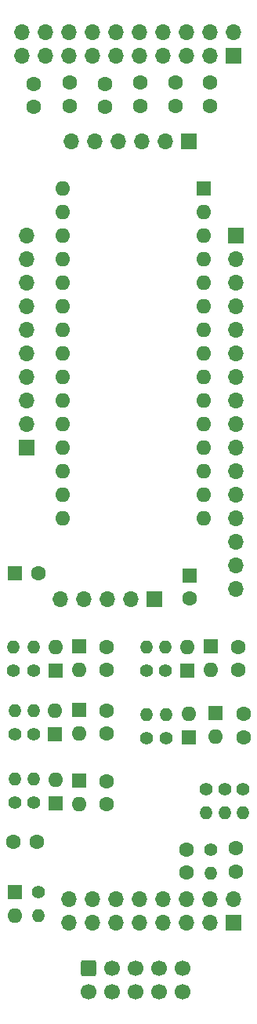
<source format=gbs>
%TF.GenerationSoftware,KiCad,Pcbnew,(7.0.0)*%
%TF.CreationDate,2023-02-19T17:35:37-05:00*%
%TF.ProjectId,ER-PROTO-03-MOZZI-DB,45522d50-524f-4544-9f2d-30332d4d4f5a,1*%
%TF.SameCoordinates,Original*%
%TF.FileFunction,Soldermask,Bot*%
%TF.FilePolarity,Negative*%
%FSLAX46Y46*%
G04 Gerber Fmt 4.6, Leading zero omitted, Abs format (unit mm)*
G04 Created by KiCad (PCBNEW (7.0.0)) date 2023-02-19 17:35:37*
%MOMM*%
%LPD*%
G01*
G04 APERTURE LIST*
G04 Aperture macros list*
%AMRoundRect*
0 Rectangle with rounded corners*
0 $1 Rounding radius*
0 $2 $3 $4 $5 $6 $7 $8 $9 X,Y pos of 4 corners*
0 Add a 4 corners polygon primitive as box body*
4,1,4,$2,$3,$4,$5,$6,$7,$8,$9,$2,$3,0*
0 Add four circle primitives for the rounded corners*
1,1,$1+$1,$2,$3*
1,1,$1+$1,$4,$5*
1,1,$1+$1,$6,$7*
1,1,$1+$1,$8,$9*
0 Add four rect primitives between the rounded corners*
20,1,$1+$1,$2,$3,$4,$5,0*
20,1,$1+$1,$4,$5,$6,$7,0*
20,1,$1+$1,$6,$7,$8,$9,0*
20,1,$1+$1,$8,$9,$2,$3,0*%
G04 Aperture macros list end*
%ADD10R,1.600000X1.600000*%
%ADD11O,1.600000X1.600000*%
%ADD12C,1.600000*%
%ADD13C,1.400000*%
%ADD14O,1.400000X1.400000*%
%ADD15R,1.700000X1.700000*%
%ADD16O,1.700000X1.700000*%
%ADD17RoundRect,0.250000X-0.600000X0.600000X-0.600000X-0.600000X0.600000X-0.600000X0.600000X0.600000X0*%
%ADD18C,1.700000*%
G04 APERTURE END LIST*
D10*
%TO.C,D2*%
X118998999Y-80800685D03*
D11*
X118998999Y-78260685D03*
%TD*%
D10*
%TO.C,D6*%
X119125999Y-88039685D03*
D11*
X119125999Y-85499685D03*
%TD*%
D12*
%TO.C,C1*%
X121412000Y-17419000D03*
X121412000Y-19919000D03*
%TD*%
D13*
%TO.C,R2*%
X114554000Y-80849000D03*
D14*
X114553999Y-78308999D03*
%TD*%
D12*
%TO.C,C13*%
X110236000Y-92729990D03*
X110236000Y-95229990D03*
%TD*%
%TO.C,C14*%
X100223000Y-99314000D03*
X102723000Y-99314000D03*
%TD*%
D13*
%TO.C,R10*%
X123063000Y-93599000D03*
D14*
X123062999Y-96138999D03*
%TD*%
D13*
%TO.C,R3*%
X102362000Y-80849000D03*
D14*
X102361999Y-78308999D03*
%TD*%
D13*
%TO.C,R7*%
X102362000Y-87707000D03*
D14*
X102361999Y-85166999D03*
%TD*%
D12*
%TO.C,C4*%
X110109000Y-17546000D03*
X110109000Y-20046000D03*
%TD*%
D13*
%TO.C,R15*%
X102870000Y-104698013D03*
D14*
X102869999Y-107238012D03*
%TD*%
D10*
%TO.C,D5*%
X122046999Y-85442314D03*
D11*
X122046999Y-87982314D03*
%TD*%
D13*
%TO.C,R13*%
X100330000Y-95096000D03*
D14*
X100329999Y-92555999D03*
%TD*%
D12*
%TO.C,C3*%
X113919000Y-17419000D03*
X113919000Y-19919000D03*
%TD*%
D10*
%TO.C,A1*%
X120766991Y-28828999D03*
D11*
X120766991Y-31368999D03*
X120766991Y-33908999D03*
X120766991Y-36448999D03*
X120766991Y-38988999D03*
X120766991Y-41528999D03*
X120766991Y-44068999D03*
X120766991Y-46608999D03*
X120766991Y-49148999D03*
X120766991Y-51688999D03*
X120766991Y-54228999D03*
X120766991Y-56768999D03*
X120766991Y-59308999D03*
X120766991Y-61848999D03*
X120766991Y-64388999D03*
X105526991Y-64388999D03*
X105526991Y-61848999D03*
X105526991Y-59308999D03*
X105526991Y-56768999D03*
X105526991Y-54228999D03*
X105526991Y-51688999D03*
X105526991Y-49148999D03*
X105526991Y-46608999D03*
X105526991Y-44068999D03*
X105526991Y-41528999D03*
X105526991Y-38988999D03*
X105526991Y-36448999D03*
X105526991Y-33908999D03*
X105526991Y-31368999D03*
X105526991Y-28828999D03*
%TD*%
D13*
%TO.C,R4*%
X100203000Y-80849000D03*
D14*
X100202999Y-78308999D03*
%TD*%
D10*
%TO.C,D9*%
X107314999Y-92681314D03*
D11*
X107314999Y-95221314D03*
%TD*%
D13*
%TO.C,R14*%
X121539000Y-100126000D03*
D14*
X121538999Y-102665999D03*
%TD*%
D12*
%TO.C,C15*%
X124206000Y-102469010D03*
X124206000Y-99969010D03*
%TD*%
%TO.C,C10*%
X110236000Y-78252000D03*
X110236000Y-80752000D03*
%TD*%
D10*
%TO.C,D7*%
X107314999Y-85061314D03*
D11*
X107314999Y-87601314D03*
%TD*%
D13*
%TO.C,R6*%
X114554000Y-88088000D03*
D14*
X114553999Y-85547999D03*
%TD*%
D15*
%TO.C,J1*%
X101599999Y-56768999D03*
D16*
X101599999Y-54228999D03*
X101599999Y-51688999D03*
X101599999Y-49148999D03*
X101599999Y-46608999D03*
X101599999Y-44068999D03*
X101599999Y-41528999D03*
X101599999Y-38988999D03*
X101599999Y-36448999D03*
X101599999Y-33908999D03*
%TD*%
D12*
%TO.C,C11*%
X125095000Y-85491000D03*
X125095000Y-87991000D03*
%TD*%
D13*
%TO.C,R12*%
X102362000Y-95073000D03*
D14*
X102361999Y-92532999D03*
%TD*%
D10*
%TO.C,D1*%
X121538999Y-78203314D03*
D11*
X121538999Y-80743314D03*
%TD*%
D12*
%TO.C,C12*%
X110236000Y-85110000D03*
X110236000Y-87610000D03*
%TD*%
D10*
%TO.C,C7*%
X119252999Y-70549887D03*
D12*
X119253000Y-73049888D03*
%TD*%
D13*
%TO.C,R8*%
X100330000Y-87707000D03*
D14*
X100329999Y-85166999D03*
%TD*%
D17*
%TO.C,J9*%
X108331000Y-112912500D03*
D18*
X108331000Y-115452500D03*
X110871000Y-112912500D03*
X110871000Y-115452500D03*
X113411000Y-112912500D03*
X113411000Y-115452500D03*
X115951000Y-112912500D03*
X115951000Y-115452500D03*
X118491000Y-112912500D03*
X118491000Y-115452500D03*
%TD*%
D10*
%TO.C,D11*%
X100329999Y-104746314D03*
D11*
X100329999Y-107286314D03*
%TD*%
D10*
%TO.C,D10*%
X104774999Y-95151685D03*
D11*
X104774999Y-92611685D03*
%TD*%
D12*
%TO.C,C16*%
X118872000Y-100096000D03*
X118872000Y-102596000D03*
%TD*%
%TO.C,C2*%
X117729000Y-17419000D03*
X117729000Y-19919000D03*
%TD*%
D15*
%TO.C,J10*%
X124205999Y-33908999D03*
D16*
X124205999Y-36448999D03*
X124205999Y-38988999D03*
X124205999Y-41528999D03*
X124205999Y-44068999D03*
X124205999Y-46608999D03*
X124205999Y-49148999D03*
X124205999Y-51688999D03*
X124205999Y-54228999D03*
X124205999Y-56768999D03*
X124205999Y-59308999D03*
X124205999Y-61848999D03*
X124205999Y-64388999D03*
X124205999Y-66928999D03*
X124205999Y-69468999D03*
X124205999Y-72008999D03*
%TD*%
D12*
%TO.C,C6*%
X102362000Y-17546000D03*
X102362000Y-20046000D03*
%TD*%
%TO.C,C5*%
X106299000Y-17419000D03*
X106299000Y-19919000D03*
%TD*%
D15*
%TO.C,J2*%
X115442999Y-73151999D03*
D16*
X112902999Y-73151999D03*
X110362999Y-73151999D03*
X107822999Y-73151999D03*
X105282999Y-73151999D03*
%TD*%
D10*
%TO.C,C8*%
X100394887Y-70357999D03*
D12*
X102894888Y-70358000D03*
%TD*%
D15*
%TO.C,J3*%
X119125999Y-23748999D03*
D16*
X116585999Y-23748999D03*
X114045999Y-23748999D03*
X111505999Y-23748999D03*
X108965999Y-23748999D03*
X106425999Y-23748999D03*
%TD*%
D13*
%TO.C,R5*%
X116713000Y-88088000D03*
D14*
X116712999Y-85547999D03*
%TD*%
D10*
%TO.C,D4*%
X104774999Y-80800685D03*
D11*
X104774999Y-78260685D03*
%TD*%
D10*
%TO.C,D8*%
X104647999Y-87658685D03*
D11*
X104647999Y-85118685D03*
%TD*%
D15*
%TO.C,J8*%
X124000005Y-14499998D03*
D16*
X124000005Y-11959998D03*
X121460005Y-14499998D03*
X121460005Y-11959998D03*
X118920005Y-14499998D03*
X118920005Y-11959998D03*
X116380005Y-14499998D03*
X116380005Y-11959998D03*
X113840005Y-14499998D03*
X113840005Y-11959998D03*
X111300005Y-14499998D03*
X111300005Y-11959998D03*
X108760005Y-14499998D03*
X108760005Y-11959998D03*
X106220005Y-14499998D03*
X106220005Y-11959998D03*
X103680005Y-14499998D03*
X103680005Y-11959998D03*
X101140005Y-14499998D03*
X101140005Y-11959998D03*
%TD*%
D15*
%TO.C,J7*%
X124000005Y-108000012D03*
D16*
X124000005Y-105460012D03*
X121460005Y-108000012D03*
X121460005Y-105460012D03*
X118920005Y-108000012D03*
X118920005Y-105460012D03*
X116380005Y-108000012D03*
X116380005Y-105460012D03*
X113840005Y-108000012D03*
X113840005Y-105460012D03*
X111300005Y-108000012D03*
X111300005Y-105460012D03*
X108760005Y-108000012D03*
X108760005Y-105460012D03*
X106220005Y-108000012D03*
X106220005Y-105460012D03*
%TD*%
D10*
%TO.C,D3*%
X107314999Y-78203314D03*
D11*
X107314999Y-80743314D03*
%TD*%
D13*
%TO.C,R1*%
X116586000Y-80849000D03*
D14*
X116585999Y-78308999D03*
%TD*%
D13*
%TO.C,R9*%
X124968000Y-93599000D03*
D14*
X124967999Y-96138999D03*
%TD*%
D12*
%TO.C,C9*%
X124460000Y-78252000D03*
X124460000Y-80752000D03*
%TD*%
D13*
%TO.C,R11*%
X121031000Y-93599000D03*
D14*
X121030999Y-96138999D03*
%TD*%
M02*

</source>
